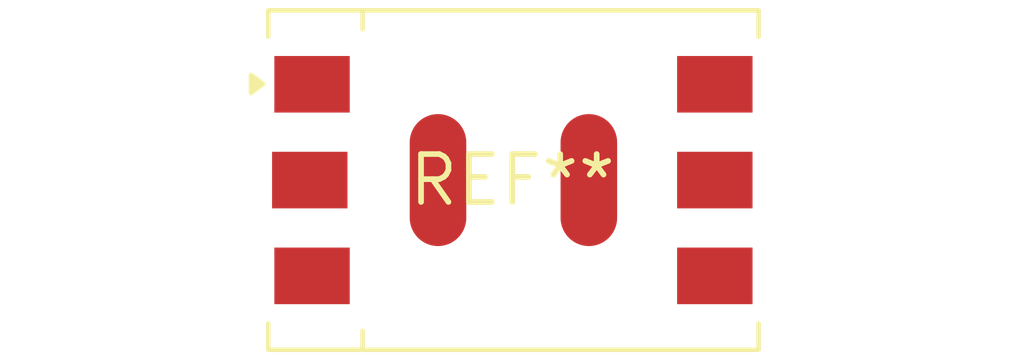
<source format=kicad_pcb>
(kicad_pcb (version 20240108) (generator pcbnew)
  (layers (0 "F.Cu" signal) (31 "B.Cu" signal) (34 "B.Paste" user) (35 "F.Paste" user) (36 "B.SilkS" user "B.Silkscreen") (37 "F.SilkS" user "F.Silkscreen") (38 "B.Mask" user) (39 "F.Mask" user) (44 "Edge.Cuts" user))
  (net 0 "")
  (footprint "Transformer_NF_ETAL_P3188" (layer "F.Cu") (at 0 0)
    (property "Reference" "REF**")
    (property "Value" "Transformer_NF_ETAL_P3188")
    (fp_line (start -6.47 -4.5) (end -6.47 -3.8) (layer "F.SilkS") (stroke (width 0.12)))
    (fp_line (start -6.47 3.8) (end -6.47 4.5) (layer "F.SilkS") (stroke (width 0.12)))
    (fp_line (start -6.47 4.5) (end 6.53 4.5) (layer "F.SilkS") (stroke (width 0.12)))
    (fp_line (start -3.97 -4.5) (end -3.97 -4) (layer "F.SilkS") (stroke (width 0.12)))
    (fp_line (start -3.97 4.5) (end -3.97 4) (layer "F.SilkS") (stroke (width 0.12)))
    (fp_line (start 6.53 -4.5) (end -6.47 -4.5) (layer "F.SilkS") (stroke (width 0.12)))
    (fp_line (start 6.53 -4.5) (end 6.53 -3.8) (layer "F.SilkS") (stroke (width 0.12)))
    (fp_line (start 6.53 3.8) (end 6.53 4.5) (layer "F.SilkS") (stroke (width 0.12)))
    (fp_poly (pts (xy -6.6 -2.55) (xy -6.93 -2.31) (xy -6.93 -2.79) (xy -6.6 -2.55)) (layer "F.SilkS") (stroke (width 0.12)) (fill solid))
    (pad "1" smd rect (at -5.31 -2.54) (size 2 1.5) (layers "F.Cu" "F.Paste" "F.Mask"))
    (pad "2" smd rect (at -5.37 0) (size 2 1.5) (layers "F.Cu" "F.Paste" "F.Mask"))
    (pad "2" smd rect (at -5.31 2.54) (size 2 1.5) (layers "F.Cu" "F.Paste" "F.Mask"))
    (pad "3" smd rect (at 5.37 2.54) (size 2 1.5) (layers "F.Cu" "F.Paste" "F.Mask"))
    (pad "4" smd rect (at 5.37 0) (size 2 1.5) (layers "F.Cu" "F.Paste" "F.Mask"))
    (pad "5" smd rect (at 5.37 -2.54) (size 2 1.5) (layers "F.Cu" "F.Paste" "F.Mask"))
    (pad "7" smd oval (at -1.97 0 90) (size 3.5 1.5) (layers "F.Cu" "F.Paste" "F.Mask"))
    (pad "7" smd oval (at 2.03 0 90) (size 3.5 1.5) (layers "F.Cu" "F.Paste" "F.Mask"))
  )
)
</source>
